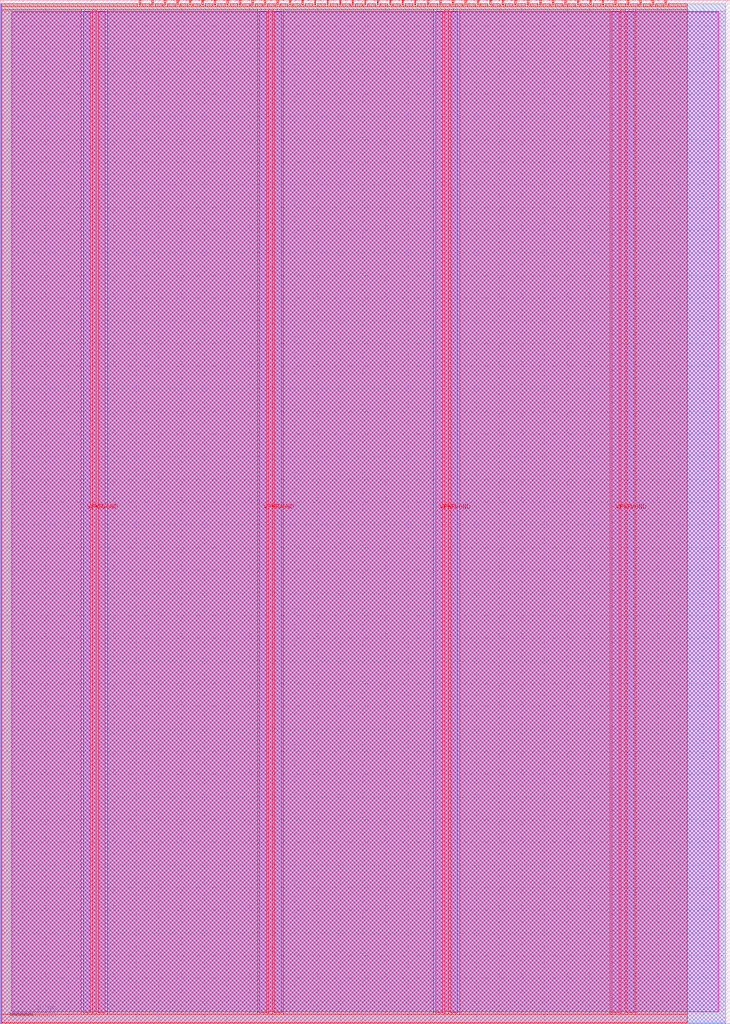
<source format=lef>
VERSION 5.7 ;
  NOWIREEXTENSIONATPIN ON ;
  DIVIDERCHAR "/" ;
  BUSBITCHARS "[]" ;
MACRO tt_um_toivoh_demo
  CLASS BLOCK ;
  FOREIGN tt_um_toivoh_demo ;
  ORIGIN 0.000 0.000 ;
  SIZE 161.000 BY 225.760 ;
  PIN VGND
    DIRECTION INOUT ;
    USE GROUND ;
    PORT
      LAYER met4 ;
        RECT 21.580 2.480 23.180 223.280 ;
    END
    PORT
      LAYER met4 ;
        RECT 60.450 2.480 62.050 223.280 ;
    END
    PORT
      LAYER met4 ;
        RECT 99.320 2.480 100.920 223.280 ;
    END
    PORT
      LAYER met4 ;
        RECT 138.190 2.480 139.790 223.280 ;
    END
  END VGND
  PIN VPWR
    DIRECTION INOUT ;
    USE POWER ;
    PORT
      LAYER met4 ;
        RECT 18.280 2.480 19.880 223.280 ;
    END
    PORT
      LAYER met4 ;
        RECT 57.150 2.480 58.750 223.280 ;
    END
    PORT
      LAYER met4 ;
        RECT 96.020 2.480 97.620 223.280 ;
    END
    PORT
      LAYER met4 ;
        RECT 134.890 2.480 136.490 223.280 ;
    END
  END VPWR
  PIN clk
    DIRECTION INPUT ;
    USE SIGNAL ;
    ANTENNAGATEAREA 0.852000 ;
    PORT
      LAYER met4 ;
        RECT 143.830 224.760 144.130 225.760 ;
    END
  END clk
  PIN ena
    DIRECTION INPUT ;
    USE SIGNAL ;
    PORT
      LAYER met4 ;
        RECT 146.590 224.760 146.890 225.760 ;
    END
  END ena
  PIN rst_n
    DIRECTION INPUT ;
    USE SIGNAL ;
    ANTENNAGATEAREA 0.196500 ;
    PORT
      LAYER met4 ;
        RECT 141.070 224.760 141.370 225.760 ;
    END
  END rst_n
  PIN ui_in[0]
    DIRECTION INPUT ;
    USE SIGNAL ;
    PORT
      LAYER met4 ;
        RECT 138.310 224.760 138.610 225.760 ;
    END
  END ui_in[0]
  PIN ui_in[1]
    DIRECTION INPUT ;
    USE SIGNAL ;
    PORT
      LAYER met4 ;
        RECT 135.550 224.760 135.850 225.760 ;
    END
  END ui_in[1]
  PIN ui_in[2]
    DIRECTION INPUT ;
    USE SIGNAL ;
    PORT
      LAYER met4 ;
        RECT 132.790 224.760 133.090 225.760 ;
    END
  END ui_in[2]
  PIN ui_in[3]
    DIRECTION INPUT ;
    USE SIGNAL ;
    PORT
      LAYER met4 ;
        RECT 130.030 224.760 130.330 225.760 ;
    END
  END ui_in[3]
  PIN ui_in[4]
    DIRECTION INPUT ;
    USE SIGNAL ;
    PORT
      LAYER met4 ;
        RECT 127.270 224.760 127.570 225.760 ;
    END
  END ui_in[4]
  PIN ui_in[5]
    DIRECTION INPUT ;
    USE SIGNAL ;
    PORT
      LAYER met4 ;
        RECT 124.510 224.760 124.810 225.760 ;
    END
  END ui_in[5]
  PIN ui_in[6]
    DIRECTION INPUT ;
    USE SIGNAL ;
    ANTENNAGATEAREA 0.196500 ;
    PORT
      LAYER met4 ;
        RECT 121.750 224.760 122.050 225.760 ;
    END
  END ui_in[6]
  PIN ui_in[7]
    DIRECTION INPUT ;
    USE SIGNAL ;
    ANTENNAGATEAREA 0.196500 ;
    PORT
      LAYER met4 ;
        RECT 118.990 224.760 119.290 225.760 ;
    END
  END ui_in[7]
  PIN uio_in[0]
    DIRECTION INPUT ;
    USE SIGNAL ;
    PORT
      LAYER met4 ;
        RECT 116.230 224.760 116.530 225.760 ;
    END
  END uio_in[0]
  PIN uio_in[1]
    DIRECTION INPUT ;
    USE SIGNAL ;
    PORT
      LAYER met4 ;
        RECT 113.470 224.760 113.770 225.760 ;
    END
  END uio_in[1]
  PIN uio_in[2]
    DIRECTION INPUT ;
    USE SIGNAL ;
    PORT
      LAYER met4 ;
        RECT 110.710 224.760 111.010 225.760 ;
    END
  END uio_in[2]
  PIN uio_in[3]
    DIRECTION INPUT ;
    USE SIGNAL ;
    PORT
      LAYER met4 ;
        RECT 107.950 224.760 108.250 225.760 ;
    END
  END uio_in[3]
  PIN uio_in[4]
    DIRECTION INPUT ;
    USE SIGNAL ;
    PORT
      LAYER met4 ;
        RECT 105.190 224.760 105.490 225.760 ;
    END
  END uio_in[4]
  PIN uio_in[5]
    DIRECTION INPUT ;
    USE SIGNAL ;
    PORT
      LAYER met4 ;
        RECT 102.430 224.760 102.730 225.760 ;
    END
  END uio_in[5]
  PIN uio_in[6]
    DIRECTION INPUT ;
    USE SIGNAL ;
    PORT
      LAYER met4 ;
        RECT 99.670 224.760 99.970 225.760 ;
    END
  END uio_in[6]
  PIN uio_in[7]
    DIRECTION INPUT ;
    USE SIGNAL ;
    PORT
      LAYER met4 ;
        RECT 96.910 224.760 97.210 225.760 ;
    END
  END uio_in[7]
  PIN uio_oe[0]
    DIRECTION OUTPUT ;
    USE SIGNAL ;
    PORT
      LAYER met4 ;
        RECT 49.990 224.760 50.290 225.760 ;
    END
  END uio_oe[0]
  PIN uio_oe[1]
    DIRECTION OUTPUT ;
    USE SIGNAL ;
    PORT
      LAYER met4 ;
        RECT 47.230 224.760 47.530 225.760 ;
    END
  END uio_oe[1]
  PIN uio_oe[2]
    DIRECTION OUTPUT ;
    USE SIGNAL ;
    PORT
      LAYER met4 ;
        RECT 44.470 224.760 44.770 225.760 ;
    END
  END uio_oe[2]
  PIN uio_oe[3]
    DIRECTION OUTPUT ;
    USE SIGNAL ;
    PORT
      LAYER met4 ;
        RECT 41.710 224.760 42.010 225.760 ;
    END
  END uio_oe[3]
  PIN uio_oe[4]
    DIRECTION OUTPUT ;
    USE SIGNAL ;
    PORT
      LAYER met4 ;
        RECT 38.950 224.760 39.250 225.760 ;
    END
  END uio_oe[4]
  PIN uio_oe[5]
    DIRECTION OUTPUT ;
    USE SIGNAL ;
    PORT
      LAYER met4 ;
        RECT 36.190 224.760 36.490 225.760 ;
    END
  END uio_oe[5]
  PIN uio_oe[6]
    DIRECTION OUTPUT ;
    USE SIGNAL ;
    PORT
      LAYER met4 ;
        RECT 33.430 224.760 33.730 225.760 ;
    END
  END uio_oe[6]
  PIN uio_oe[7]
    DIRECTION OUTPUT ;
    USE SIGNAL ;
    PORT
      LAYER met4 ;
        RECT 30.670 224.760 30.970 225.760 ;
    END
  END uio_oe[7]
  PIN uio_out[0]
    DIRECTION OUTPUT ;
    USE SIGNAL ;
    PORT
      LAYER met4 ;
        RECT 72.070 224.760 72.370 225.760 ;
    END
  END uio_out[0]
  PIN uio_out[1]
    DIRECTION OUTPUT ;
    USE SIGNAL ;
    PORT
      LAYER met4 ;
        RECT 69.310 224.760 69.610 225.760 ;
    END
  END uio_out[1]
  PIN uio_out[2]
    DIRECTION OUTPUT ;
    USE SIGNAL ;
    PORT
      LAYER met4 ;
        RECT 66.550 224.760 66.850 225.760 ;
    END
  END uio_out[2]
  PIN uio_out[3]
    DIRECTION OUTPUT ;
    USE SIGNAL ;
    PORT
      LAYER met4 ;
        RECT 63.790 224.760 64.090 225.760 ;
    END
  END uio_out[3]
  PIN uio_out[4]
    DIRECTION OUTPUT ;
    USE SIGNAL ;
    PORT
      LAYER met4 ;
        RECT 61.030 224.760 61.330 225.760 ;
    END
  END uio_out[4]
  PIN uio_out[5]
    DIRECTION OUTPUT ;
    USE SIGNAL ;
    PORT
      LAYER met4 ;
        RECT 58.270 224.760 58.570 225.760 ;
    END
  END uio_out[5]
  PIN uio_out[6]
    DIRECTION OUTPUT ;
    USE SIGNAL ;
    PORT
      LAYER met4 ;
        RECT 55.510 224.760 55.810 225.760 ;
    END
  END uio_out[6]
  PIN uio_out[7]
    DIRECTION OUTPUT ;
    USE SIGNAL ;
    ANTENNADIFFAREA 0.445500 ;
    PORT
      LAYER met4 ;
        RECT 52.750 224.760 53.050 225.760 ;
    END
  END uio_out[7]
  PIN uo_out[0]
    DIRECTION OUTPUT ;
    USE SIGNAL ;
    ANTENNADIFFAREA 0.445500 ;
    PORT
      LAYER met4 ;
        RECT 94.150 224.760 94.450 225.760 ;
    END
  END uo_out[0]
  PIN uo_out[1]
    DIRECTION OUTPUT ;
    USE SIGNAL ;
    ANTENNADIFFAREA 0.445500 ;
    PORT
      LAYER met4 ;
        RECT 91.390 224.760 91.690 225.760 ;
    END
  END uo_out[1]
  PIN uo_out[2]
    DIRECTION OUTPUT ;
    USE SIGNAL ;
    ANTENNADIFFAREA 0.445500 ;
    PORT
      LAYER met4 ;
        RECT 88.630 224.760 88.930 225.760 ;
    END
  END uo_out[2]
  PIN uo_out[3]
    DIRECTION OUTPUT ;
    USE SIGNAL ;
    ANTENNADIFFAREA 0.445500 ;
    PORT
      LAYER met4 ;
        RECT 85.870 224.760 86.170 225.760 ;
    END
  END uo_out[3]
  PIN uo_out[4]
    DIRECTION OUTPUT ;
    USE SIGNAL ;
    ANTENNADIFFAREA 0.445500 ;
    PORT
      LAYER met4 ;
        RECT 83.110 224.760 83.410 225.760 ;
    END
  END uo_out[4]
  PIN uo_out[5]
    DIRECTION OUTPUT ;
    USE SIGNAL ;
    ANTENNADIFFAREA 0.445500 ;
    PORT
      LAYER met4 ;
        RECT 80.350 224.760 80.650 225.760 ;
    END
  END uo_out[5]
  PIN uo_out[6]
    DIRECTION OUTPUT ;
    USE SIGNAL ;
    ANTENNADIFFAREA 0.445500 ;
    PORT
      LAYER met4 ;
        RECT 77.590 224.760 77.890 225.760 ;
    END
  END uo_out[6]
  PIN uo_out[7]
    DIRECTION OUTPUT ;
    USE SIGNAL ;
    ANTENNADIFFAREA 0.445500 ;
    PORT
      LAYER met4 ;
        RECT 74.830 224.760 75.130 225.760 ;
    END
  END uo_out[7]
  OBS
      LAYER nwell ;
        RECT 2.570 2.635 158.430 223.230 ;
      LAYER li1 ;
        RECT 2.760 2.635 158.240 223.125 ;
      LAYER met1 ;
        RECT 0.070 0.040 160.010 223.280 ;
      LAYER met2 ;
        RECT 0.100 0.010 159.990 224.925 ;
      LAYER met3 ;
        RECT 0.270 0.175 160.015 224.905 ;
      LAYER met4 ;
        RECT 0.295 224.360 30.270 224.905 ;
        RECT 31.370 224.360 33.030 224.905 ;
        RECT 34.130 224.360 35.790 224.905 ;
        RECT 36.890 224.360 38.550 224.905 ;
        RECT 39.650 224.360 41.310 224.905 ;
        RECT 42.410 224.360 44.070 224.905 ;
        RECT 45.170 224.360 46.830 224.905 ;
        RECT 47.930 224.360 49.590 224.905 ;
        RECT 50.690 224.360 52.350 224.905 ;
        RECT 53.450 224.360 55.110 224.905 ;
        RECT 56.210 224.360 57.870 224.905 ;
        RECT 58.970 224.360 60.630 224.905 ;
        RECT 61.730 224.360 63.390 224.905 ;
        RECT 64.490 224.360 66.150 224.905 ;
        RECT 67.250 224.360 68.910 224.905 ;
        RECT 70.010 224.360 71.670 224.905 ;
        RECT 72.770 224.360 74.430 224.905 ;
        RECT 75.530 224.360 77.190 224.905 ;
        RECT 78.290 224.360 79.950 224.905 ;
        RECT 81.050 224.360 82.710 224.905 ;
        RECT 83.810 224.360 85.470 224.905 ;
        RECT 86.570 224.360 88.230 224.905 ;
        RECT 89.330 224.360 90.990 224.905 ;
        RECT 92.090 224.360 93.750 224.905 ;
        RECT 94.850 224.360 96.510 224.905 ;
        RECT 97.610 224.360 99.270 224.905 ;
        RECT 100.370 224.360 102.030 224.905 ;
        RECT 103.130 224.360 104.790 224.905 ;
        RECT 105.890 224.360 107.550 224.905 ;
        RECT 108.650 224.360 110.310 224.905 ;
        RECT 111.410 224.360 113.070 224.905 ;
        RECT 114.170 224.360 115.830 224.905 ;
        RECT 116.930 224.360 118.590 224.905 ;
        RECT 119.690 224.360 121.350 224.905 ;
        RECT 122.450 224.360 124.110 224.905 ;
        RECT 125.210 224.360 126.870 224.905 ;
        RECT 127.970 224.360 129.630 224.905 ;
        RECT 130.730 224.360 132.390 224.905 ;
        RECT 133.490 224.360 135.150 224.905 ;
        RECT 136.250 224.360 137.910 224.905 ;
        RECT 139.010 224.360 140.670 224.905 ;
        RECT 141.770 224.360 143.430 224.905 ;
        RECT 144.530 224.360 146.190 224.905 ;
        RECT 147.290 224.360 151.505 224.905 ;
        RECT 0.295 223.680 151.505 224.360 ;
        RECT 0.295 2.080 17.880 223.680 ;
        RECT 20.280 2.080 21.180 223.680 ;
        RECT 23.580 2.080 56.750 223.680 ;
        RECT 59.150 2.080 60.050 223.680 ;
        RECT 62.450 2.080 95.620 223.680 ;
        RECT 98.020 2.080 98.920 223.680 ;
        RECT 101.320 2.080 134.490 223.680 ;
        RECT 136.890 2.080 137.790 223.680 ;
        RECT 140.190 2.080 151.505 223.680 ;
        RECT 0.295 0.175 151.505 2.080 ;
  END
END tt_um_toivoh_demo
END LIBRARY


</source>
